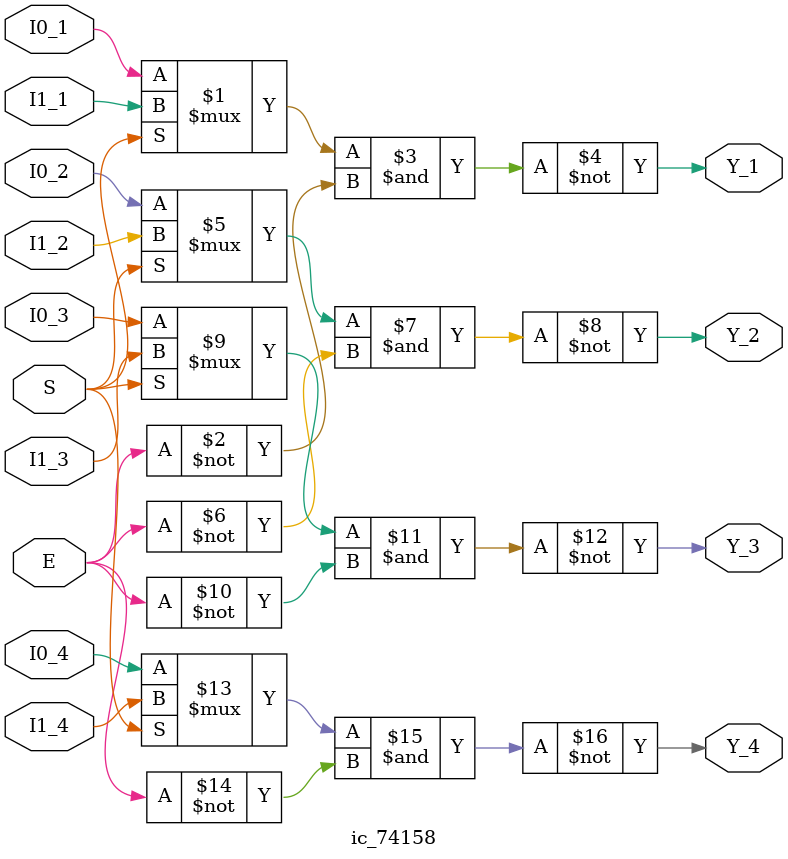
<source format=v>


module ic_74158(
    Y_1, I0_1, I1_1,
    Y_2, I0_2, I1_2,
    Y_3, I0_3, I1_3,
    Y_4, I0_4, I1_4,
    S, E);
    output Y_1, Y_2, Y_3, Y_4;
    input I0_1, I1_1, 
          I0_2, I1_2,
          I0_3, I1_3,
          I0_4, I1_4;
    input S, E;

    assign Y_1 = ~(((S)? I1_1:I0_1) & ~E);
    assign Y_2 = ~(((S)? I1_2:I0_2) & ~E);
    assign Y_3 = ~(((S)? I1_3:I0_3) & ~E);
    assign Y_4 = ~(((S)? I1_4:I0_4) & ~E);

endmodule
    

</source>
